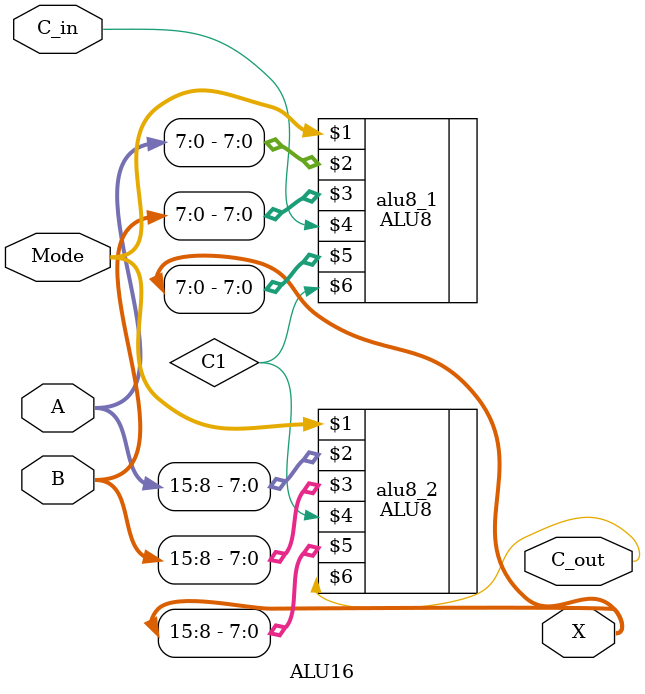
<source format=v>

module ALU16 (
	input wire [7:0] Mode,
	input [15:0] A,
	input [15:0] B,
	input C_in,
	output [15:0] X,
	output C_out);

	ALU8 alu8_1 (Mode, A[7:0],  B[7:0],  C_in, X[7:0], C1);
	ALU8 alu8_2 (Mode, A[15:8], B[15:8], C1, X[15:8], C_out);
endmodule

</source>
